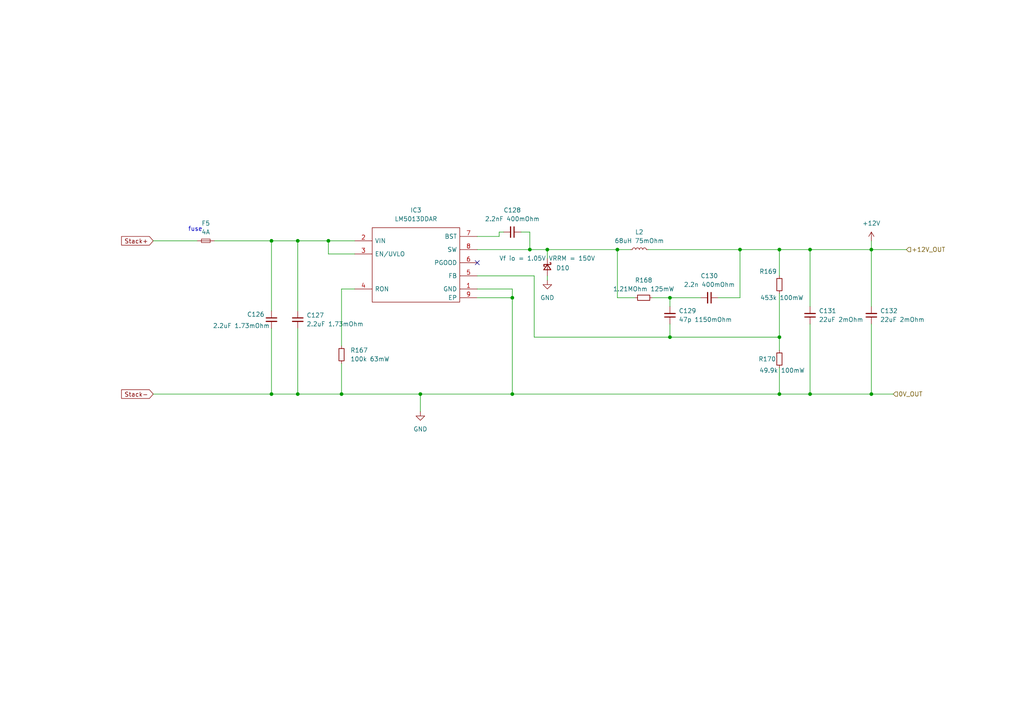
<source format=kicad_sch>
(kicad_sch (version 20231120) (generator "eeschema") (generator_version "8.0")
  (paper "A4")
  (lib_symbols
    (symbol "Device:C_Small" (pin_numbers hide) (pin_names (offset 0.254) hide)
      (property "Reference" "C" (at 0.254 1.778 0))
      (property "Value" "C_Small" (at 0.254 -2.032 0))
      (symbol "C_Small_0_1"
        (polyline (pts (xy -1.524 -0.508) (xy 1.524 -0.508)) (stroke (width 0.3302)))
        (polyline (pts (xy -1.524 0.508) (xy 1.524 0.508)) (stroke (width 0.3048)))
      )
      (symbol "C_Small_1_1"
        (pin passive line (at 0 2.54 270) (length 2.032) (name "~") (number "1"))
        (pin passive line (at 0 -2.54 90) (length 2.032) (name "~") (number "2"))
      )
    )
    (symbol "Device:D_Schottky_Small" (pin_numbers hide) (pin_names (offset 0.254) hide)
      (property "Reference" "D" (at -1.27 2.032 0))
      (property "Value" "D_Schottky_Small" (at -7.112 -2.032 0))
      (symbol "D_Schottky_Small_0_1"
        (polyline (pts (xy -0.762 0) (xy 0.762 0)))
        (polyline (pts (xy 0.762 -1.016) (xy -0.762 0) (xy 0.762 1.016) (xy 0.762 -1.016)) (stroke (width 0.254)))
        (polyline (pts (xy -1.27 0.762) (xy -1.27 1.016) (xy -0.762 1.016) (xy -0.762 -1.016) (xy -0.254 -1.016) (xy -0.254 -0.762)) (stroke (width 0.254)))
      )
      (symbol "D_Schottky_Small_1_1"
        (pin passive line (at -2.54 0 0) (length 1.778) (name "K") (number "1"))
        (pin passive line (at 2.54 0 180) (length 1.778) (name "A") (number "2"))
      )
    )
    (symbol "Device:Fuse_Small" (pin_numbers hide) (pin_names (offset 0.254) hide)
      (property "Reference" "F" (at 0 -1.524 0))
      (property "Value" "Fuse_Small" (at 0 1.524 0))
      (symbol "Fuse_Small_0_1"
        (rectangle (start -1.27 0.508) (end 1.27 -0.508))
        (polyline (pts (xy -1.27 0) (xy 1.27 0)))
      )
      (symbol "Fuse_Small_1_1"
        (pin passive line (at -2.54 0 0) (length 1.27) (name "~") (number "1"))
        (pin passive line (at 2.54 0 180) (length 1.27) (name "~") (number "2"))
      )
    )
    (symbol "Device:L_Small" (pin_numbers hide) (pin_names (offset 0.254) hide)
      (property "Reference" "L" (at 0.762 1.016 0))
      (property "Value" "L_Small" (at 0.762 -1.016 0))
      (symbol "L_Small_0_1"
        (arc (start 0 -2.032) (mid 0.5058 -1.524) (end 0 -1.016))
        (arc (start 0 -1.016) (mid 0.5058 -0.508) (end 0 0))
        (arc (start 0 0) (mid 0.5058 0.508) (end 0 1.016))
        (arc (start 0 1.016) (mid 0.5058 1.524) (end 0 2.032))
      )
      (symbol "L_Small_1_1"
        (pin passive line (at 0 2.54 270) (length 0.508) (name "~") (number "1"))
        (pin passive line (at 0 -2.54 90) (length 0.508) (name "~") (number "2"))
      )
    )
    (symbol "Device:R_Small" (pin_numbers hide) (pin_names (offset 0.254) hide)
      (property "Reference" "R" (at 0.762 0.508 0))
      (property "Value" "R_Small" (at 0.762 -1.016 0))
      (symbol "R_Small_0_1"
        (rectangle (start -0.762 1.778) (end 0.762 -1.778) (stroke (width 0.2032)))
      )
      (symbol "R_Small_1_1"
        (pin passive line (at 0 2.54 270) (length 0.762) (name "~") (number "1"))
        (pin passive line (at 0 -2.54 90) (length 0.762) (name "~") (number "2"))
      )
    )
    (symbol "LM5013DDAR:LM5013DDAR" (pin_names (offset 0.762))
      (property "Reference" "IC2" (at 17.78 7.62 0))
      (property "Value" "LM5013DDAR" (at 17.78 5.08 0))
      (symbol "LM5013DDAR_0_0"
        (pin passive line (at 35.56 -15.24 180) (length 5.08) (name "GND") (number "1"))
        (pin passive line (at 0 -1.27 0) (length 5.08) (name "VIN") (number "2"))
        (pin passive line (at 0 -5.08 0) (length 5.08) (name "EN/UVLO") (number "3"))
        (pin passive line (at 0 -15.24 0) (length 5.08) (name "RON") (number "4"))
        (pin passive line (at 35.56 -11.43 180) (length 5.08) (name "FB") (number "5"))
        (pin passive line (at 35.56 -7.62 180) (length 5.08) (name "PGOOD") (number "6"))
        (pin passive line (at 35.56 0 180) (length 5.08) (name "BST") (number "7"))
        (pin passive line (at 35.56 -3.81 180) (length 5.08) (name "SW") (number "8"))
        (pin passive line (at 35.56 -17.78 180) (length 5.08) (name "EP") (number "9"))
      )
      (symbol "LM5013DDAR_0_1"
        (polyline (pts (xy 5.08 2.54) (xy 30.48 2.54) (xy 30.48 -19.05) (xy 5.08 -19.05) (xy 5.08 2.54)) (stroke (width 0.1524)))
      )
    )
    (symbol "power:+12V" (power) (pin_numbers hide) (pin_names (offset 0) hide)
      (property "Value" "+12V" (at 0 3.556 0))
      (symbol "+12V_0_1"
        (polyline (pts (xy -0.762 1.27) (xy 0 2.54)))
        (polyline (pts (xy 0 0) (xy 0 2.54)))
        (polyline (pts (xy 0 2.54) (xy 0.762 1.27)))
      )
      (symbol "+12V_1_1"
        (pin power_in line (at 0 0 90) (length 0) (name "~") (number "1"))
      )
    )
    (symbol "power:GND" (power) (pin_numbers hide) (pin_names (offset 0) hide)
      (property "Value" "GND" (at 0 -3.81 0))
      (symbol "GND_0_1"
        (polyline (pts (xy 0 0) (xy 0 -1.27) (xy 1.27 -1.27) (xy 0 -2.54) (xy -1.27 -1.27) (xy 0 -1.27)))
      )
      (symbol "GND_1_1"
        (pin power_in line (at 0 0 270) (length 0) (name "~") (number "1"))
      )
    )
  )
  (junction (at 86.36 69.85))
  (junction (at 153.67 72.39))
  (junction (at 226.06 72.39))
  (junction (at 226.06 97.79))
  (junction (at 194.31 97.79))
  (junction (at 179.07 72.39))
  (junction (at 158.75 72.39))
  (junction (at 78.74 114.3))
  (junction (at 99.06 114.3))
  (junction (at 86.36 114.3))
  (junction (at 95.25 69.85))
  (junction (at 234.95 72.39))
  (junction (at 78.74 69.85))
  (junction (at 214.63 72.39))
  (junction (at 194.31 86.36))
  (junction (at 148.59 114.3))
  (junction (at 226.06 114.3))
  (junction (at 234.95 114.3))
  (junction (at 252.73 114.3))
  (junction (at 121.92 114.3))
  (junction (at 252.73 72.39))
  (junction (at 148.59 86.36))
  (no_connect (at 138.43 76.2))
  (wire (pts (xy 78.74 114.3) (xy 86.36 114.3)))
  (wire (pts (xy 226.06 97.79) (xy 194.31 97.79)))
  (wire (pts (xy 138.43 86.36) (xy 148.59 86.36)))
  (wire (pts (xy 226.06 85.09) (xy 226.06 97.79)))
  (wire (pts (xy 86.36 114.3) (xy 99.06 114.3)))
  (wire (pts (xy 99.06 100.33) (xy 99.06 83.82)))
  (wire (pts (xy 153.67 67.31) (xy 151.13 67.31)))
  (wire (pts (xy 78.74 69.85) (xy 78.74 90.17)))
  (wire (pts (xy 189.23 86.36) (xy 194.31 86.36)))
  (wire (pts (xy 154.94 80.01) (xy 154.94 97.79)))
  (wire (pts (xy 153.67 72.39) (xy 158.75 72.39)))
  (wire (pts (xy 158.75 80.01) (xy 158.75 81.28)))
  (wire (pts (xy 153.67 72.39) (xy 153.67 67.31)))
  (wire (pts (xy 78.74 95.25) (xy 78.74 114.3)))
  (wire (pts (xy 234.95 88.9) (xy 234.95 72.39)))
  (wire (pts (xy 138.43 83.82) (xy 148.59 83.82)))
  (wire (pts (xy 234.95 93.98) (xy 234.95 114.3)))
  (wire (pts (xy 179.07 86.36) (xy 179.07 72.39)))
  (wire (pts (xy 194.31 97.79) (xy 194.31 93.98)))
  (wire (pts (xy 214.63 86.36) (xy 208.28 86.36)))
  (wire (pts (xy 234.95 114.3) (xy 226.06 114.3)))
  (wire (pts (xy 144.78 67.31) (xy 144.78 68.58)))
  (wire (pts (xy 252.73 114.3) (xy 234.95 114.3)))
  (wire (pts (xy 252.73 72.39) (xy 252.73 88.9)))
  (wire (pts (xy 99.06 83.82) (xy 102.87 83.82)))
  (wire (pts (xy 234.95 72.39) (xy 226.06 72.39)))
  (wire (pts (xy 121.92 114.3) (xy 99.06 114.3)))
  (wire (pts (xy 184.15 86.36) (xy 179.07 86.36)))
  (wire (pts (xy 148.59 86.36) (xy 148.59 114.3)))
  (wire (pts (xy 194.31 88.9) (xy 194.31 86.36)))
  (wire (pts (xy 95.25 69.85) (xy 102.87 69.85)))
  (wire (pts (xy 95.25 69.85) (xy 86.36 69.85)))
  (wire (pts (xy 226.06 80.01) (xy 226.06 72.39)))
  (wire (pts (xy 95.25 73.66) (xy 95.25 69.85)))
  (wire (pts (xy 138.43 72.39) (xy 153.67 72.39)))
  (wire (pts (xy 158.75 74.93) (xy 158.75 72.39)))
  (wire (pts (xy 148.59 114.3) (xy 121.92 114.3)))
  (wire (pts (xy 144.78 68.58) (xy 138.43 68.58)))
  (wire (pts (xy 226.06 72.39) (xy 214.63 72.39)))
  (wire (pts (xy 138.43 80.01) (xy 154.94 80.01)))
  (wire (pts (xy 262.89 72.39) (xy 252.73 72.39)))
  (wire (pts (xy 252.73 114.3) (xy 259.08 114.3)))
  (wire (pts (xy 86.36 95.25) (xy 86.36 114.3)))
  (wire (pts (xy 158.75 72.39) (xy 179.07 72.39)))
  (wire (pts (xy 62.23 69.85) (xy 78.74 69.85)))
  (wire (pts (xy 78.74 69.85) (xy 86.36 69.85)))
  (wire (pts (xy 252.73 72.39) (xy 234.95 72.39)))
  (wire (pts (xy 187.96 72.39) (xy 214.63 72.39)))
  (wire (pts (xy 214.63 72.39) (xy 214.63 86.36)))
  (wire (pts (xy 194.31 86.36) (xy 203.2 86.36)))
  (wire (pts (xy 99.06 105.41) (xy 99.06 114.3)))
  (wire (pts (xy 226.06 106.68) (xy 226.06 114.3)))
  (wire (pts (xy 252.73 69.85) (xy 252.73 72.39)))
  (wire (pts (xy 44.45 69.85) (xy 57.15 69.85)))
  (wire (pts (xy 226.06 97.79) (xy 226.06 101.6)))
  (wire (pts (xy 148.59 83.82) (xy 148.59 86.36)))
  (wire (pts (xy 252.73 93.98) (xy 252.73 114.3)))
  (wire (pts (xy 86.36 69.85) (xy 86.36 90.17)))
  (wire (pts (xy 144.78 67.31) (xy 146.05 67.31)))
  (wire (pts (xy 78.74 114.3) (xy 44.45 114.3)))
  (wire (pts (xy 121.92 114.3) (xy 121.92 119.38)))
  (wire (pts (xy 102.87 73.66) (xy 95.25 73.66)))
  (wire (pts (xy 179.07 72.39) (xy 182.88 72.39)))
  (wire (pts (xy 154.94 97.79) (xy 194.31 97.79)))
  (wire (pts (xy 226.06 114.3) (xy 148.59 114.3)))
  (text "fuse\n" (at 56.642 66.548 0) (effects (font (size 1.27 1.27))))
  (global_label "Stack-" (shape input) (at 44.45 114.3 180) (property "Intersheetrefs" "${INTERSHEET_REFS}" (effects (hide yes))))
  (global_label "Stack+" (shape input) (at 44.45 69.85 180) (property "Intersheetrefs" "${INTERSHEET_REFS}" (effects (hide yes))))
  (hierarchical_label "+12V_OUT" (shape input) (at 262.89 72.39 0))
  (hierarchical_label "0V_OUT" (shape input) (at 259.08 114.3 0))
  (symbol (lib_id "Device:C_Small") (at 78.74 92.71 0) (unit 1)
    (property "Reference" "C126" (at 71.628 91.186 0) (effects (justify left)))
    (property "Value" "2.2uF 1.73mOhm" (at 61.722 94.488 0) (effects (justify left)))
    (property "Description" "Unpolarized capacitor, small symbol" (effects (hide yes)))
  )
  (symbol (lib_id "Device:C_Small") (at 148.59 67.31 270) (unit 1)
    (property "Reference" "C128" (at 148.5836 60.96 90))
    (property "Value" "2.2nF 400mOhm" (at 148.5836 63.5 90))
    (property "Description" "Unpolarized capacitor, small symbol" (effects (hide yes)))
  )
  (symbol (lib_id "Device:L_Small") (at 185.42 72.39 90) (unit 1)
    (property "Reference" "L2" (at 185.42 67.31 90))
    (property "Value" "68uH 75mOhm" (at 185.42 69.85 90))
    (property "Description" "Inductor, small symbol" (effects (hide yes)))
  )
  (symbol (lib_id "Device:R_Small") (at 226.06 104.14 180) (unit 1)
    (property "Reference" "R170" (at 219.964 104.14 0) (effects (justify right)))
    (property "Value" "49.9k 100mW" (at 220.218 107.442 0) (effects (justify right)))
    (property "Description" "Resistor, small symbol" (effects (hide yes)))
  )
  (symbol (lib_id "Device:Fuse_Small") (at 59.69 69.85 0) (unit 1)
    (property "Reference" "F5" (at 59.69 64.77 0))
    (property "Value" "4A" (at 59.69 67.31 0))
    (property "Description" "Fuse, small symbol" (effects (hide yes)))
  )
  (symbol (lib_id "Device:R_Small") (at 186.69 86.36 90) (unit 1)
    (property "Reference" "R168" (at 186.69 81.28 90))
    (property "Value" "1.21MOhm 125mW" (at 186.69 83.82 90))
    (property "Description" "Resistor, small symbol" (effects (hide yes)))
  )
  (symbol (lib_id "Device:C_Small") (at 252.73 91.44 180) (unit 1)
    (property "Reference" "C132" (at 255.27 90.1635 0) (effects (justify right)))
    (property "Value" "22uF 2mOhm" (at 255.27 92.7035 0) (effects (justify right)))
    (property "Description" "Unpolarized capacitor, small symbol" (effects (hide yes)))
  )
  (symbol (lib_id "Device:R_Small") (at 226.06 82.55 180) (unit 1)
    (property "Reference" "R169" (at 220.218 78.74 0) (effects (justify right)))
    (property "Value" "453k 100mW" (at 220.472 86.36 0) (effects (justify right)))
    (property "Description" "Resistor, small symbol" (effects (hide yes)))
  )
  (symbol (lib_id "LM5013DDAR:LM5013DDAR") (at 102.87 68.58 0) (unit 1)
    (property "Reference" "IC3" (at 120.65 60.96 0))
    (property "Value" "LM5013DDAR" (at 120.65 63.5 0))
    (property "Footprint" "SOIC127P600X170-9N" (effects (hide yes)))
    (property "Datasheet" "https://www.ti.com/lit/ds/symlink/lm5013.pdf" (effects (hide yes)))
    (property "Description" "Switching Voltage Regulators 6-V to 100-V input, 3.5-A non-synchronous buck DC/DC converter with ultra-low quiescent current (IQ) 8-SO PowerPAD -40 to 150" (effects (hide yes)))
    (property "Height" "1.7" (effects (hide yes)))
    (property "Mouser Part Number" "595-LM5013DDAR" (effects (hide yes)))
    (property "Mouser Price/Stock" "https://www.mouser.co.uk/ProductDetail/Texas-Instruments/LM5013DDAR?qs=T%252BzbugeAwjiWkH6WZkskpg%3D%3D" (effects (hide yes)))
    (property "Manufacturer_Name" "Texas Instruments" (effects (hide yes)))
    (property "Manufacturer_Part_Number" "LM5013DDAR" (effects (hide yes)))
  )
  (symbol (lib_id "Device:C_Small") (at 194.31 91.44 180) (unit 1)
    (property "Reference" "C129" (at 196.85 90.1635 0) (effects (justify right)))
    (property "Value" "47p 1150mOhm" (at 196.85 92.7035 0) (effects (justify right)))
    (property "Description" "Unpolarized capacitor, small symbol" (effects (hide yes)))
  )
  (symbol (lib_id "power:GND") (at 121.92 119.38 0) (unit 1)
    (property "Reference" "#PWR0129" (effects (hide yes)))
    (property "Value" "GND" (at 121.92 124.46 0))
    (property "Description" "Power symbol creates a global label with name \"GND\" , ground" (effects (hide yes)))
  )
  (symbol (lib_id "Device:C_Small") (at 205.74 86.36 270) (unit 1)
    (property "Reference" "C130" (at 205.7336 80.01 90))
    (property "Value" "2.2n 400mOhm" (at 205.7336 82.55 90))
    (property "Description" "Unpolarized capacitor, small symbol" (effects (hide yes)))
  )
  (symbol (lib_id "Device:C_Small") (at 234.95 91.44 180) (unit 1)
    (property "Reference" "C131" (at 237.49 90.1635 0) (effects (justify right)))
    (property "Value" "22uF 2mOhm" (at 237.49 92.7035 0) (effects (justify right)))
    (property "Description" "Unpolarized capacitor, small symbol" (effects (hide yes)))
  )
  (symbol (lib_id "Device:D_Schottky_Small") (at 158.75 77.47 270) (unit 1)
    (property "Reference" "D10" (at 161.29 77.724 90) (effects (justify left)))
    (property "Value" "Vf io = 1.05V VRRM = 150V" (at 144.78 74.93 90) (effects (justify left)))
    (property "Description" "Schottky diode, small symbol" (effects (hide yes)))
  )
  (symbol (lib_id "power:+12V") (at 252.73 69.85 0) (unit 1)
    (property "Reference" "#PWR0131" (effects (hide yes)))
    (property "Value" "+12V" (at 252.73 64.77 0))
    (property "Description" "Power symbol creates a global label with name \"+12V\"" (effects (hide yes)))
  )
  (symbol (lib_id "Device:C_Small") (at 86.36 92.71 0) (unit 1)
    (property "Reference" "C127" (at 88.9 91.4462 0) (effects (justify left)))
    (property "Value" "2.2uF 1.73mOhm" (at 88.9 93.9862 0) (effects (justify left)))
    (property "Description" "Unpolarized capacitor, small symbol" (effects (hide yes)))
  )
  (symbol (lib_id "Device:R_Small") (at 99.06 102.87 0) (unit 1)
    (property "Reference" "R167" (at 101.6 101.5999 0) (effects (justify left)))
    (property "Value" "100k 63mW" (at 101.6 104.1399 0) (effects (justify left)))
    (property "Description" "Resistor, small symbol" (effects (hide yes)))
  )
  (symbol (lib_id "power:GND") (at 158.75 81.28 0) (unit 1)
    (property "Reference" "#PWR0130" (effects (hide yes)))
    (property "Value" "GND" (at 158.75 86.36 0))
    (property "Description" "Power symbol creates a global label with name \"GND\" , ground" (effects (hide yes)))
  )
)
</source>
